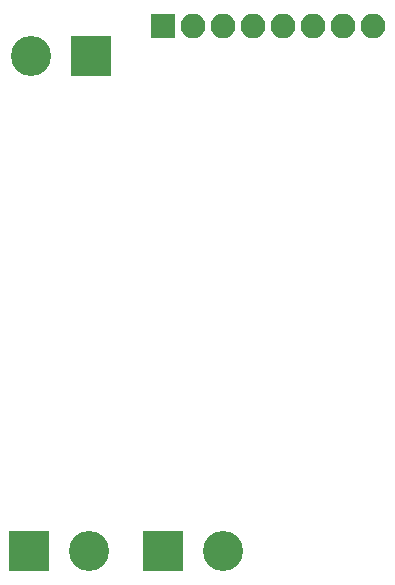
<source format=gbr>
G04 #@! TF.GenerationSoftware,KiCad,Pcbnew,(5.0.0)*
G04 #@! TF.CreationDate,2020-04-28T19:31:03-04:00*
G04 #@! TF.ProjectId,Kyle's Amp,4B796C65277320416D702E6B69636164,rev?*
G04 #@! TF.SameCoordinates,Original*
G04 #@! TF.FileFunction,Soldermask,Bot*
G04 #@! TF.FilePolarity,Negative*
%FSLAX46Y46*%
G04 Gerber Fmt 4.6, Leading zero omitted, Abs format (unit mm)*
G04 Created by KiCad (PCBNEW (5.0.0)) date 04/28/20 19:31:03*
%MOMM*%
%LPD*%
G01*
G04 APERTURE LIST*
%ADD10R,3.400000X3.400000*%
%ADD11C,3.400000*%
%ADD12O,2.100000X2.100000*%
%ADD13R,2.100000X2.100000*%
G04 APERTURE END LIST*
D10*
G04 #@! TO.C,J2*
X108077000Y-115570000D03*
D11*
X113157000Y-115570000D03*
G04 #@! TD*
D12*
G04 #@! TO.C,J3*
X137160000Y-71120000D03*
X134620000Y-71120000D03*
X132080000Y-71120000D03*
X129540000Y-71120000D03*
X127000000Y-71120000D03*
X124460000Y-71120000D03*
X121920000Y-71120000D03*
D13*
X119380000Y-71120000D03*
G04 #@! TD*
D11*
G04 #@! TO.C,J4*
X108204000Y-73660000D03*
D10*
X113284000Y-73660000D03*
G04 #@! TD*
D11*
G04 #@! TO.C,J1*
X124460000Y-115570000D03*
D10*
X119380000Y-115570000D03*
G04 #@! TD*
M02*

</source>
